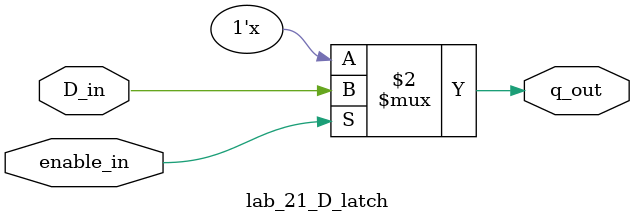
<source format=v>
`timescale 1ns / 1ps


module lab_21_D_latch(
                        input D_in,
                        input enable_in,
                        output reg q_out
                        );

always @*
begin
    if(enable_in)
    q_out <= D_in;

end

endmodule

</source>
